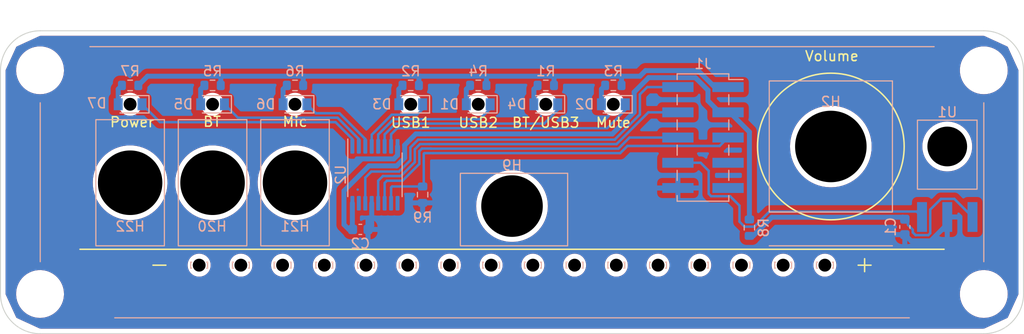
<source format=kicad_pcb>
(kicad_pcb (version 20201116) (generator pcbnew)

  (general
    (thickness 1.6)
  )

  (paper "A4")
  (layers
    (0 "F.Cu" signal)
    (31 "B.Cu" signal)
    (32 "B.Adhes" user "B.Adhesive")
    (33 "F.Adhes" user "F.Adhesive")
    (34 "B.Paste" user)
    (35 "F.Paste" user)
    (36 "B.SilkS" user "B.Silkscreen")
    (37 "F.SilkS" user "F.Silkscreen")
    (38 "B.Mask" user)
    (39 "F.Mask" user)
    (40 "Dwgs.User" user "User.Drawings")
    (41 "Cmts.User" user "User.Comments")
    (42 "Eco1.User" user "User.Eco1")
    (43 "Eco2.User" user "User.Eco2")
    (44 "Edge.Cuts" user)
    (45 "Margin" user)
    (46 "B.CrtYd" user "B.Courtyard")
    (47 "F.CrtYd" user "F.Courtyard")
    (48 "B.Fab" user)
    (49 "F.Fab" user)
    (50 "User.1" user)
    (51 "User.2" user)
    (52 "User.3" user)
    (53 "User.4" user)
    (54 "User.5" user)
    (55 "User.6" user)
    (56 "User.7" user)
    (57 "User.8" user)
    (58 "User.9" user)
  )

  (setup
    (stackup
      (layer "F.SilkS" (type "Top Silk Screen"))
      (layer "F.Paste" (type "Top Solder Paste"))
      (layer "F.Mask" (type "Top Solder Mask") (color "Green") (thickness 0.01))
      (layer "F.Cu" (type "copper") (thickness 0.035))
      (layer "dielectric 1" (type "core") (thickness 1.51) (material "FR4") (epsilon_r 4.5) (loss_tangent 0.02))
      (layer "B.Cu" (type "copper") (thickness 0.035))
      (layer "B.Mask" (type "Bottom Solder Mask") (color "Green") (thickness 0.01))
      (layer "B.Paste" (type "Bottom Solder Paste"))
      (layer "B.SilkS" (type "Bottom Silk Screen"))
      (copper_finish "None")
      (dielectric_constraints no)
    )
    (pcbplotparams
      (layerselection 0x00010fc_ffffffff)
      (disableapertmacros false)
      (usegerberextensions false)
      (usegerberattributes true)
      (usegerberadvancedattributes true)
      (creategerberjobfile true)
      (svguseinch false)
      (svgprecision 6)
      (excludeedgelayer true)
      (plotframeref false)
      (viasonmask false)
      (mode 1)
      (useauxorigin false)
      (hpglpennumber 1)
      (hpglpenspeed 20)
      (hpglpendiameter 15.000000)
      (psnegative false)
      (psa4output false)
      (plotreference true)
      (plotvalue true)
      (plotinvisibletext false)
      (sketchpadsonfab false)
      (subtractmaskfromsilk false)
      (outputformat 1)
      (mirror false)
      (drillshape 1)
      (scaleselection 1)
      (outputdirectory "")
    )
  )


  (net 0 "")
  (net 1 "GND")
  (net 2 "/RCLK")
  (net 3 "/~RST")
  (net 4 "/SCLK")
  (net 5 "+3V3")
  (net 6 "/MOSI")
  (net 7 "+5V")
  (net 8 "Net-(J1-Pad9)")
  (net 9 "Net-(J1-Pad7)")
  (net 10 "Net-(U1-Pad9)")
  (net 11 "Net-(C2-Pad1)")
  (net 12 "Net-(R2-Pad2)")
  (net 13 "Net-(U1-Pad1)")
  (net 14 "Net-(R4-Pad2)")
  (net 15 "Net-(U1-Pad4)")
  (net 16 "Net-(R5-Pad2)")
  (net 17 "Net-(D1-Pad1)")
  (net 18 "Net-(U1-Pad6)")
  (net 19 "Net-(D2-Pad2)")
  (net 20 "Net-(U1-Pad2)")
  (net 21 "Net-(R24-Pad2)")
  (net 22 "Net-(D2-Pad1)")
  (net 23 "/IR")
  (net 24 "Net-(D4-Pad1)")
  (net 25 "Net-(D22-Pad2)")
  (net 26 "Net-(D5-Pad2)")
  (net 27 "Net-(U1-Pad15)")

  (footprint "FrontPanel-Footprints:PanelCutout_LED_0603_1608Metric_SideView_Inolux" (layer "B.Cu") (at 95.2 79.6 180))

  (footprint "Resistor_SMD:R_0603_1608Metric" (layer "B.Cu") (at 91.3 61.5 180))

  (footprint "FrontPanel-Footprints:PanelCutout_LED_0603_1608Metric_SideView_Inolux" (layer "B.Cu") (at 133 79.6 180))

  (footprint "Resistor_SMD:R_0603_1608Metric" (layer "B.Cu") (at 111.7 61.5 180))

  (footprint "FrontPanel-Footprints:PanelCutout_LED_0603_1608Metric_SideView_Inolux" (layer "B.Cu") (at 91 79.6 180))

  (footprint "FrontPanel-Footprints:LED_0805_2012Metric_ReverseMount" (layer "B.Cu") (at 63.05 63.4 180))

  (footprint "FrontPanel-Footprints:PanelCutout_LED_0603_1608Metric_SideView_Inolux" (layer "B.Cu") (at 107.8 79.6 180))

  (footprint "FrontPanel-Footprints:PanelCutout_LED_0603_1608Metric_SideView_Inolux" (layer "B.Cu") (at 112 79.6 180))

  (footprint "Capacitor_SMD:C_0603_1608Metric" (layer "B.Cu") (at 141.05 75.75 -90))

  (footprint "FrontPanel-Footprints:LED_0805_2012Metric_ReverseMount" (layer "B.Cu") (at 98.1 63.4 180))

  (footprint "FrontPanel-Footprints:PanelCutout_LED_0603_1608Metric_SideView_Inolux" (layer "B.Cu") (at 82.6 79.6 180))

  (footprint "FrontPanel-Footprints:PanelCutout_Jack_3.5mm_CUI_SJ-435107" (layer "B.Cu") (at 101.5 73.65 180))

  (footprint "Resistor_SMD:R_0603_1608Metric" (layer "B.Cu") (at 63.05 61.5 180))

  (footprint "Resistor_SMD:R_0603_1608Metric" (layer "B.Cu") (at 125.4 75.825 90))

  (footprint "FrontPanel-Footprints:PanelCutout_RotaryEncoder_TT_EN12-V_Knob16mm" (layer "B.Cu") (at 133.6 67.65 180))

  (footprint "FrontPanel-Footprints:PanelCutout_LED_0603_1608Metric_SideView_Inolux" (layer "B.Cu") (at 86.8 79.6 180))

  (footprint "FrontPanel-Footprints:LED_0805_2012Metric_ReverseMount" (layer "B.Cu") (at 111.7 63.4 180))

  (footprint "FrontPanel-Footprints:LED_0805_2012Metric_ReverseMount" (layer "B.Cu") (at 79.65 63.4 180))

  (footprint "FrontPanel-Footprints:PanelCutout_SW_E-Switch_100SP-M7" (layer "B.Cu") (at 71.35 71.3 180))

  (footprint "FrontPanel-Footprints:PanelCutout_LED_0603_1608Metric_SideView_Inolux" (layer "B.Cu") (at 124.6 79.6 180))

  (footprint "FrontPanel-Footprints:EnclosureEndPlate_1455L1601" (layer "B.Cu") (at 101.5 71.25 180))

  (footprint "Package_SO:TSSOP-16_4.4x5mm_P0.65mm" (layer "B.Cu") (at 87.7 70.5 -90))

  (footprint "FrontPanel-Footprints:PanelCutout_LED_0603_1608Metric_SideView_Inolux" (layer "B.Cu") (at 78.4 79.6 180))

  (footprint "Capacitor_SMD:C_0603_1608Metric" (layer "B.Cu") (at 86.225 76))

  (footprint "FrontPanel-Footprints:PanelCutout_LED_0603_1608Metric_SideView_Inolux" (layer "B.Cu") (at 116.2 79.6 180))

  (footprint "FrontPanel-Footprints:Vishay_Mold_Reverse" (layer "B.Cu") (at 145.32 67.65 180))

  (footprint "FrontPanel-Footprints:PanelCutout_LED_0603_1608Metric_SideView_Inolux" (layer "B.Cu") (at 128.8 79.6 180))

  (footprint "Resistor_SMD:R_0603_1608Metric" (layer "B.Cu") (at 71.35 61.5 180))

  (footprint "FrontPanel-Footprints:PanelCutout_LED_0603_1608Metric_SideView_Inolux" (layer "B.Cu") (at 74.2 79.6 180))

  (footprint "FrontPanel-Footprints:PanelCutout_LED_0603_1608Metric_SideView_Inolux" (layer "B.Cu") (at 70 79.6 180))

  (footprint "Resistor_SMD:R_0603_1608Metric" (layer "B.Cu") (at 104.9 61.5 180))

  (footprint "FrontPanel-Footprints:PanelCutout_LED_0603_1608Metric_SideView_Inolux" (layer "B.Cu") (at 103.6 79.6 180))

  (footprint "FrontPanel-Footprints:PanelCutout_SW_E-Switch_100SP-M7" (layer "B.Cu") (at 63.05 71.3 180))

  (footprint "FrontPanel-Footprints:LED_0805_2012Metric_ReverseMount" (layer "B.Cu") (at 91.3 63.4 180))

  (footprint "Resistor_SMD:R_0603_1608Metric" (layer "B.Cu") (at 98.1 61.5 180))

  (footprint "Connector_PinHeader_2.54mm:PinHeader_2x05_P2.54mm_Vertical_SMD" (layer "B.Cu") (at 120.725 66.75 180))

  (footprint "FrontPanel-Footprints:PanelCutout_LED_0603_1608Metric_SideView_Inolux" (layer "B.Cu") (at 99.4 79.6 180))

  (footprint "FrontPanel-Footprints:PanelCutout_LED_0603_1608Metric_SideView_Inolux" (layer "B.Cu") (at 120.4 79.6 180))

  (footprint "FrontPanel-Footprints:LED_0805_2012Metric_ReverseMount" (layer "B.Cu") (at 71.35 63.4 180))

  (footprint "Resistor_SMD:R_0603_1608Metric" (layer "B.Cu") (at 92.5 72.5 -90))

  (footprint "Resistor_SMD:R_0603_1608Metric" (layer "B.Cu") (at 79.65 61.5 180))

  (footprint "FrontPanel-Footprints:LED_0805_2012Metric_ReverseMount" (layer "B.Cu") (at 104.9 63.4 180))

  (footprint "FrontPanel-Footprints:PanelCutout_SW_E-Switch_100SP-M7" (layer "B.Cu") (at 79.65 71.3 180))

  (gr_line (start 137 78.95) (end 137 80.25) (layer "F.SilkS") (width 0.15) (tstamp 142e30e6-20ba-4dc5-9856-2d93af754b3b))
  (gr_line (start 65.35 79.6) (end 66.65 79.6) (layer "F.SilkS") (width 0.15) (tstamp 84bc94d9-38a4-44b2-a148-7baa93473f92))
  (gr_line (start 136.35 79.6) (end 137.65 79.6) (layer "F.SilkS") (width 0.15) (tstamp b9218e0c-6a04-4e94-9daa-235c314dfa3f))
  (gr_circle (center 133.6 67.65) (end 140.982412 67.65) (layer "F.SilkS") (width 0.15) (fill none) (tstamp debfba34-a5d8-428f-9c13-a2ed1e64c6e8))
  (gr_line (start 58 78) (end 145 78) (layer "F.SilkS") (width 0.15) (tstamp fa62345e-5cd2-4c3b-ac45-96ba68d26055))
  (gr_line (start 149 86.5) (end 54 86.5) (layer "Edge.Cuts") (width 0.1) (tstamp 0be607ba-b4c9-4308-b088-f0abd6ba12e9))
  (gr_line (start 153 60) (end 153 82.5) (layer "Edge.Cuts") (width 0.1) (tstamp 1e7cdcd4-a515-4944-acc4-7d8af53943b0))
  (gr_arc (start 54 82.5) (end 50 82.5) (angle -90) (layer "Edge.Cuts") (width 0.1) (tstamp 5ea1ef0d-e39a-43ac-b024-34d843df6d8d))
  (gr_line (start 54 56) (end 149 56) (layer "Edge.Cuts") (width 0.1) (tstamp d52adef0-12e8-4d9d-8b9c-9fd6881e8b1a))
  (gr_arc (start 54 60) (end 54 56) (angle -90) (layer "Edge.Cuts") (width 0.1) (tstamp dd9bb5b3-048c-4d57-9f7b-8fe6f17433d3))
  (gr_line (start 50 82.5) (end 50 60) (layer "Edge.Cuts") (width 0.1) (tstamp deb7c161-c22c-42d2-81e6-e29d9117dae1))
  (gr_arc (start 149 82.5) (end 149 86.5) (angle -90) (layer "Edge.Cuts") (width 0.1) (tstamp e4498136-8694-410e-91de-ae124c897cd0))
  (gr_arc (start 149 60) (end 153 60) (angle -90) (layer "Edge.Cuts") (width 0.1) (tstamp f929e16e-971e-4547-a031-2173209074d2))
  (gr_rect (start 123.75 58) (end 117.75 75.5) (layer "B.Fab") (width 0.1) (fill none) (tstamp 600d65cf-9eca-4da9-aa78-34edba59b33a))
  (gr_line (start 51.5 77.65) (end 51.5 79.25) (layer "F.Fab") (width 0.1) (tstamp 4606a6cf-7033-439b-8d43-9590d3ffcbb2))
  (gr_line (start 151.5 77.65) (end 151.5 79.25) (layer "F.Fab") (width 0.1) (tstamp 82337f0e-024a-4c7f-bf1b-419dde08c245))
  (gr_line (start 151.5 79.25) (end 51.5 79.25) (layer "F.Fab") (width 0.1) (tstamp c49c3998-89c1-41c3-b06f-92f64c8d0920))
  (gr_line (start 51.5 77.65) (end 151.5 77.65) (layer "F.Fab") (width 0.1) (tstamp faa98f8b-3498-4693-9eec-78e7a1bd9e00))
  (gr_text "BT" (at 71.3 65.15) (layer "F.SilkS") (tstamp 165ba18c-d30f-4cee-8842-e3bfac676fb0)
    (effects (font (size 1 1) (thickness 0.15)))
  )
  (gr_text "USB2" (at 98.1 65.25) (layer "F.SilkS") (tstamp 416bd28d-df5b-42da-ade2-7bfe9df7c4cc)
    (effects (font (size 1 1) (thickness 0.15)))
  )
  (gr_text "Mute" (at 111.7 65.25) (layer "F.SilkS") (tstamp 45128dba-393f-407e-9e36-bfff3c62f4e1)
    (effects (font (size 1 1) (thickness 0.15)))
  )
  (gr_text "Mic" (at 79.65 65.15) (layer "F.SilkS") (tstamp 60c129e4-f2e8-411d-9d88-3a47fae6b254)
    (effects (font (size 1 1) (thickness 0.15)))
  )
  (gr_text "Power" (at 63.25 65.2) (layer "F.SilkS") (tstamp 7e0b59e4-70f9-4878-997e-bf81ed61f54a)
    (effects (font (size 1 1) (thickness 0.15)))
  )
  (gr_text "USB1" (at 91.3 65.25) (layer "F.SilkS") (tstamp 95b4ec66-fe74-49e0-9f0a-cce2ffd9802d)
    (effects (font (size 1 1) (thickness 0.15)))
  )
  (gr_text "Volume" (at 133.7 58.55) (layer "F.SilkS") (tstamp b2c72963-7995-42d7-b293-849f855bd1a3)
    (effects (font (size 1 1) (thickness 0.15)))
  )
  (gr_text "BT/USB3" (at 104.9 65.25) (layer "F.SilkS") (tstamp f0652bd1-86dc-402d-950e-5196eab8f72c)
    (effects (font (size 1 1) (thickness 0.15)))
  )

  (segment (start 141.67502 77.15002) (end 141.05 76.525) (width 0.5) (layer "B.Cu") (net 1) (tstamp 23550218-6e20-462c-b4ef-bff82c176fd7))
  (segment (start 145.32 75.48282) (end 143.6528 77.15002) (width 0.5) (layer "B.Cu") (net 1) (tstamp 42ade8c2-85aa-4f56-bba9-93cd2f5544d1))
  (segment (start 87.375 75.625) (end 87 76) (width 0.5) (layer "B.Cu") (net 1) (tstamp 55fd0dc5-db3f-48bd-b055-c248a6418ac4))
  (segment (start 89.975 67.6375) (end 89.975 68.525) (width 0.5) (layer "B.Cu") (net 1) (tstamp 6719b018-86db-4651-91c9-ad17a6ca955f))
  (segment (start 87.375 75.625) (end 87.375 73.3625) (width 0.5) (layer "B.Cu") (net 1) (tstamp 7455dbbb-5b79-4d18-a60e-8a21cd90194c))
  (segment (start 89.975 68.525) (end 89.6 68.9) (width 0.5) (layer "B.Cu") (net 1) (tstamp 7c97098a-0809-40b3-88d7-8d7f162ad548))
  (segment (start 145.32 74.75) (end 145.32 75.48282) (width 0.5) (layer "B.Cu") (net 1) (tstamp 8904dd9f-672a-426e-92a2-bd1df1aec8a7))
  (segment (start 89.6 68.9) (end 85.9 68.9) (width 0.5) (layer "B.Cu") (net 1) (tstamp bb2eccaa-4b89-4dd2-bb10-c5b6973869b9))
  (segment (start 143.6528 77.15002) (end 141.67502 77.15002) (width 0.5) (layer "B.Cu") (net 1) (tstamp bb47c999-ebd4-4d23-b785-99d185a154ae))
  (segment (start 92.239566 67.41003) (end 93.1674 67.41003) (width 0.25) (layer "B.Cu") (net 2) (tstamp 1bfe0ab3-eacb-4815-84f6-88d0a74d1dae))
  (segment (start 88.025 73.3625) (end 88.025 71.10003) (width 0.25) (layer "B.Cu") (net 2) (tstamp 2d1addac-b7fd-49a8-8a7a-11bea0ff3076))
  (segment (start 88.025 71.10003) (end 88.5 70.62503) (width 0.25) (layer "B.Cu") (net 2) (tstamp 49c52a04-aa05-42bc-9b61-001c7aa25d88))
  (segment (start 93.1674 67.41003) (end 112.025979 67.410029) (width 0.25) (layer "B.Cu") (net 2) (tstamp 786f3e1c-7471-4dad-a423-01c036c6d021))
  (segment (start 90.31453 70.625029) (end 91.714983 69.224576) (width 0.25) (layer "B.Cu") (net 2) (tstamp 7cb0c220-84a1-42bd-87d2-179877f858c1))
  (segment (start 91.714983 69.224576) (end 91.714983 67.934613) (width 0.25) (layer "B.Cu") (net 2) (tstamp 931ca516-76c6-4eb8-b0c5-b1883a6aee15))
  (segment (start 88.5 70.62503) (end 90.31453 70.625029) (width 0.25) (layer "B.Cu") (net 2) (tstamp bb7b122a-6a76-4289-96b7-20d7157eae0a))
  (segment (start 112.025979 67.410029) (end 115.226008 64.21) (width 0.25) (layer "B.Cu") (net 2) (tstamp c9a36017-cd4c-42a5-a6f8-a774a2bd9808))
  (segment (start 91.714983 67.934613) (end 92.239566 67.41003) (width 0.25) (layer "B.Cu") (net 2) (tstamp eb4076fd-4f20-487a-b69f-e7d0de0c373b))
  (segment (start 115.226008 64.21) (end 118.2 64.21) (width 0.25) (layer "B.Cu") (net 2) (tstamp f81c4b3f-63b8-44d3-a62f-a2fd0c2ca185))
  (segment (start 92.615001 71.559999) (end 92.615001 68.384999) (width 0.25) (layer "B.Cu") (net 3) (tstamp 06c1e5e2-2f33-4fb4-91e6-c0adddacb9a0))
  (segment (start 93.53024 68.32001) (end 112.396401 68.320009) (width 0.25) (layer "B.Cu") (net 3) (tstamp 20877255-6559-4b04-874b-52a406ae8cfd))
  (segment (start 92.699909 68.320009) (end 92.679991 68.320009) (width 0.25) (layer "B.Cu") (net 3) (tstamp 3210754b-9e36-44aa-867c-68b85e26c79e))
  (segment (start 92.5 71.675) (end 92.615001 71.559999) (width 0.25) (layer "B.Cu") (net 3) (tstamp 365c6e3b-f9e7-418a-8530-af09e14cb145))
  (segment (start 89.325 71.775) (end 89.425 71.675) (width 0.25) (layer "B.Cu") (net 3) (tstamp 3ac54a47-fea6-485a-a1cd-413fb81c0967))
  (segment (start 89.425 71.675) (end 92.5 71.675) (width 0.25) (layer "B.Cu") (net 3) (tstamp 4d07d748-4a77-4a8e-bb24-80b0fcfd2703))
  (segment (start 92.679991 68.320009) (end 92.615001 68.384999) (width 0.25) (layer "B.Cu") (net 3) (tstamp 7c54e2a2-cd4c-433b-912d-9a89890117ff))
  (segment (start 112.396401 68.320009) (end 113.11641 67.6) (width 0.25) (layer "B.Cu") (net 3) (tstamp 9ece07cb-8dfd-4f18-b700-fd8ec069efec))
  (segment (start 89.325 73.3625) (end 89.325 71.82501) (width 0.25) (layer "B.Cu") (net 3) (tstamp a90f8c85-e979-4524-a38d-889d8e26a253))
  (segment (start 89.325 71.82501) (end 89.325 71.775) (width 0.25) (layer "B.Cu") (net 3) (tstamp cb8d8362-64df-4f10-a64a-774f345dfee4))
  (segment (start 92.699909 68.320009) (end 93.53024 68.320009) (width 0.25) (layer "B.Cu") (net 3) (tstamp d838c9a5-3685-4c28-8386-5d6ae8886f36))
  (segment (start 113.11641 67.6) (end 122.4 67.6) (width 0.25) (layer "B.Cu") (net 3) (tstamp e9fa03b7-43ec-43ad-9211-457737724cc9))
  (segment (start 122.4 67.6) (end 123.25 66.75) (width 0.25) (layer "B.Cu") (net 3) (tstamp fcd9cee7-20b4-4c83-86c1-ab3812807d9b))
  (segment (start 88.675 71.325) (end 88.675 73.3625) (width 0.25) (layer "B.Cu") (net 4) (tstamp 06a42af6-7448-4aed-b67c-186e070a4fa9))
  (segment (start 93.34384 67.87) (end 112.21 67.87) (width 0.25) (layer "B.Cu") (net 4) (tstamp 259a681b-d704-4fe3-9817-2fb9ba08026d))
  (segment (start 92.164993 68.121013) (end 92.164992 69.410977) (width 0.25) (layer "B.Cu") (net 4) (tstamp 25ec785f-5688-4535-b657-bb12180d0593))
  (segment (start 112.21 67.87) (end 113.33 66.75) (width 0.25) (layer "B.Cu") (net 4) (tstamp 39193198-ed96-4989-90fa-5bf0338ebfe4))
  (segment (start 93.33388 67.86004) (end 92.425966 67.86004) (width 0.25) (layer "B.Cu") (net 4) (tstamp 471b251d-1e34-4132-92bb-dbbbee2a87a7))
  (segment (start 92.425966 67.86004) (end 92.164993 68.121013) (width 0.25) (layer "B.Cu") (net 4) (tstamp 52a966db-952c-4528-9f9c-b9a5d476ddc8))
  (segment (start 113.33 66.75) (end 118.2 66.75) (width 0.25) (layer "B.Cu") (net 4) (tstamp 61cad71c-a4c5-4fcc-a729-2c1e2328504f))
  (segment (start 88.9 71.1) (end 88.675 71.325) (width 0.25) (layer "B.Cu") (net 4) (tstamp 63ffbec5-8e8e-4dae-bae9-d83192254bc4))
  (segment (start 90.475969 71.1) (end 88.9 71.1) (width 0.25) (layer "B.Cu") (net 4) (tstamp 867f02a7-d08f-4050-a23e-ce8f8ff6c2d6))
  (segment (start 92.164992 69.410977) (end 90.475969 71.1) (width 0.25) (layer "B.Cu") (net 4) (tstamp ba75f684-a3e8-4746-bc72-d6bfb59d78ef))
  (segment (start 93.34384 67.87) (end 93.33388 67.86004) (width 0.25) (layer "B.Cu") (net 4) (tstamp c4ff584e-7d2a-4bf3-a279-f7c9f42f8a4e))
  (segment (start 85.45 76) (end 85.07 76) (width 0.5) (layer "B.Cu") (net 5) (tstamp 207ee7e4-e768-4e1e-8fbd-4cdf5e08bb6b))
  (segment (start 121.22499 63.04499) (end 122.39 64.21) (width 0.5) (layer "B.Cu") (net 5) (tstamp 25f7dbd5-137c-4460-b15b-fe23f8574c41))
  (segment (start 113.80001 62.17001) (end 115.25003 60.71999) (width 0.5) (layer "B.Cu") (net 5) (tstamp 31364336-d300-41f3-a44e-6b6326e7892f))
  (segment (start 85.45 76) (end 85.425 75.975) (width 0.5) (layer "B.Cu") (net 5) (tstamp 33a833ff-0f42-474d-968b-ad2486b88939))
  (segment (start 111.601402 66.38501) (end 113.80001 64.186402) (width 0.5) (layer "B.Cu") (net 5) (tstamp 39c615c8-1f43-4cc1-b4be-74b319021177))
  (segment (start 90.689963 67.510037) (end 91.81499 66.38501) (width 0.5) (layer "B.Cu") (net 5) (tstamp 526f054d-1250-4a5f-89b3-b39aa2fe000a))
  (segment (start 91.81499 66.38501) (end 92.73 66.38501) (width 0.5) (layer "B.Cu") (net 5) (tstamp 58e9155d-a2a3-40bf-8456-9cd9afe4a0e6))
  (segment (start 90.689963 68.8) (end 90.689963 67.510037) (width 0.5) (layer "B.Cu") (net 5) (tstamp 7df4abf1-d5bf-44f6-bc13-49017b2b2ef2))
  (segment (start 119.961402 60.71999) (end 121.22499 61.983578) (width 0.5) (layer "B.Cu") (net 5) (tstamp 83cd1aef-9c2d-45cb-85cf-5a0a63786d51))
  (segment (start 89.889953 69.60001) (end 90.689963 68.8) (width 0.5) (layer "B.Cu") (net 5) (tstamp 85aa6d6f-12fe-48ea-ba63-8464f3128215))
  (segment (start 85.07 76) (end 84.58 75.51) (width 0.5) (layer "B.Cu") (net 5) (tstamp 8c2e47bf-b00d-4b5f-ae20-5bca2167a5a2))
  (segment (start 125.4 75) (end 125.4 66.188588) (width 0.5) (layer "B.Cu") (net 5) (tstamp 9199b422-1be0-4754-a2c2-783a2647223b))
  (segment (start 85.425 75.975) (end 85.425 73.3625) (width 0.5) (layer "B.Cu") (net 5) (tstamp 921f6fce-1596-4daa-ba6d-3aef774cda43))
  (segment (start 115.25003 60.71999) (end 119.961402 60.71999) (width 0.5) (layer "B.Cu") (net 5) (tstamp 9b467e8e-3417-43cd-bbbd-745df7f1c734))
  (segment (start 113.80001 64.186402) (end 113.80001 62.17001) (width 0.5) (layer "B.Cu") (net 5) (tstamp 9dc51cf5-20b2-4346-9118-f787b896fedc))
  (segment (start 125.4 66.188588) (end 123.421412 64.21) (width 0.5) (layer "B.Cu") (net 5) (tstamp a75b2ca3-0836-42c9-b377-f45d81e673a3))
  (segment (start 123.421412 64.21) (end 123.25 64.21) (width 0.5) (layer "B.Cu") (net 5) (tstamp af6a0f31-820c-45ce-b91a-e5ef6aa78eac))
  (segment (start 84.58 75.51) (end 84.58 72.12001) (width 0.5) (layer "B.Cu") (net 5) (tstamp b5ee901c-9e56-4d8e-b4f5-e4bdb052f588))
  (segment (start 111.318176 66.38501) (end 111.601402 66.38501) (width 0.5) (layer "B.Cu") (net 5) (tstamp b7111e95-50c6-42c7-950b-8a143281097a))
  (segment (start 87.1 69.60001) (end 89.889953 69.60001) (width 0.5) (layer "B.Cu") (net 5) (tstamp ca7ed908-5129-4a5a-aa0a-b59b03b58fdf))
  (segment (start 84.58 72.12001) (end 87.1 69.60001) (width 0.5) (layer "B.Cu") (net 5) (tstamp e1161303-6385-4d68-aa53-7ec18953a2cd))
  (segment (start 121.22499 61.983578) (end 121.22499 63.04499) (width 0.5) (layer "B.Cu") (net 5) (tstamp e2eca4d0-adc7-43fb-90dc-871fa0619aa7))
  (segment (start 122.39 64.21) (end 123.25 64.21) (width 0.5) (layer "B.Cu") (net 5) (tstamp e418c2a5-5aec-4c20-834b-dbe728f72f44))
  (segment (start 92.73 66.38501) (end 111.318176 66.38501) (width 0.5) (layer "B.Cu") (net 5) (tstamp fac4c6ff-a9b1-4d3b-a0b7-02028de0bf82))
  (segment (start 86.725 70.788196) (end 86.725 73.3625) (width 0.25) (layer "B.Cu") (net 6) (tstamp 25e3006d-8ed3-430b-9b46-0f6829412638))
  (segment (start 92.981 66.96002) (end 92.053166 66.96002) (width 0.25) (layer "B.Cu") (net 6) (tstamp 39e121ea-730f-4bbb-8b42-fda08e3d209d))
  (segment (start 118.2 61.67) (end 115.113206 61.67) (width 0.25) (layer "B.Cu") (net 6) (tstamp 44a75f4f-ab9f-46a6-b6c2-e8aef9687c87))
  (segment (start 90.128129 70.17502) (end 87.338176 70.17502) (width 0.25) (layer "B.Cu") (net 6) (tstamp 47abd822-cda2-4922-ac00-6ebdbad2c768))
  (segment (start 92.053166 66.96002) (end 91.264973 67.748213) (width 0.25) (layer "B.Cu") (net 6) (tstamp aa1f6f1d-dd5b-42df-ba79-cc6b4193065a))
  (segment (start 115.113206 61.67) (end 114.37502 62.408186) (width 0.25) (layer "B.Cu") (net 6) (tstamp d43147dc-1ab8-464b-ad23-de238cbb37ed))
  (segment (start 87.338176 70.17502) (end 86.725 70.788196) (width 0.25) (layer "B.Cu") (net 6) (tstamp da741e72-2c98-4a4f-83e9-273fc1c2fce9))
  (segment (start 91.264973 69.038176) (end 90.128129 70.17502) (width 0.25) (layer "B.Cu") (net 6) (tstamp dae9d1f5-8107-4d5b-8756-d4f6f20ee257))
  (segment (start 114.37502 62.408186) (end 114.37502 64.424578) (width 0.25) (layer "B.Cu") (net 6) (tstamp ebf78ac9-cb9b-451c-be53-83f8f14232c0))
  (segment (start 111.839578 66.96002) (end 92.981 66.96002) (width 0.25) (layer "B.Cu") (net 6) (tstamp f0723a55-aad4-4f04-a02a-67a5f330bb6e))
  (segment (start 91.264973 67.748213) (end 91.264973 69.038176) (width 0.25) (layer "B.Cu") (net 6) (tstamp fbbdeed3-f9fc-4b06-8704-1bd1b2344a01))
  (segment (start 114.37502 64.424578) (end 111.839578 66.96002) (width 0.25) (layer "B.Cu") (net 6) (tstamp fc03099c-9967-40e7-8c56-c552fe37f266))
  (segment (start 92.125 60.675) (end 92.22501 60.57499) (width 0.5) (layer "B.Cu") (net 7) (tstamp 0108256f-4183-45c2-bb50-0b2205980019))
  (segment (start 80.475 61.5) (end 80.475 60.725) (width 0.5) (layer "B.Cu") (net 7) (tstamp 27f870b4-76af-4dac-9450-38e0e7b4e3ed))
  (segment (start 121.901374 61.67) (end 123.25 61.67) (width 0.5) (layer "B.Cu") (net 7) (tstamp 29d08236-6d68-4b61-825d-2ee0658b9eaf))
  (segment (start 120.241374 60.01) (end 121.901374 61.67) (width 0.5) (layer "B.Cu") (net 7) (tstamp 2f0a5249-adbf-4d78-9e08-5a26be8c6035))
  (segment (start 105.725 60.675) (end 105.62499 60.57499) (width 0.5) (layer "B.Cu") (net 7) (tstamp 30322504-66ab-4d9e-8f4b-4efbe19b4487))
  (segment (start 112.52499 60.57499) (end 105.62499 60.57499) (width 0.5) (layer "B.Cu") (net 7) (tstamp 3419106c-54cb-461d-a34b-d4177c796a17))
  (segment (start 72.175 61.5) (end 72.175 60.575) (width 0.5) (layer "B.Cu") (net 7) (tstamp 41f23f42-4ffc-4e28-8173-59adc1f2bf4c))
  (segment (start 72.175 60.575) (end 72.17499 60.57499) (width 0.5) (layer "B.Cu") (net 7) (tstamp 4e4b9f83-74f4-4c90-b34f-ac033df96852))
  (segment (start 92.125 61.5) (end 92.125 60.675) (width 0.5) (layer "B.Cu") (net 7) (tstamp 54f52c37-dbec-470a-bbb1-5065dbf5f73d))
  (segment (start 112.525 60.575) (end 112.52499 60.57499) (width 0.5) (layer "B.Cu") (net 7) (tstamp 579890ce-3d87-4b4a-bb79-f90ed718a24e))
  (segment (start 114.37499 60.57499) (end 114.93998 60.01) (width 0.5) (layer "B.Cu") (net 7) (tstamp 6a2027b3-c249-4597-91a2-7bcb24bea563))
  (segment (start 114.93998 60.01) (end 120.241374 60.01) (width 0.5) (layer "B.Cu") (net 7) (tstamp 6f3d69aa-1c26-4aea-a068-14828fef1a9e))
  (segment (start 92.22501 60.57499) (end 80.62501 60.57499) (width 0.5) (layer "B.Cu") (net 7) (tstamp 8b89d653-4e4e-45bc-b57b-cf3043cd241a))
  (segment (start 99.02501 60.57499) (end 92.22501 60.57499) (width 0.5) (layer "B.Cu") (net 7) (tstamp 8f9551c7-600a-4936-8778-315b5cc136cf))
  (segment (start 105.725 61.5) (end 105.725 60.675) (width 0.5) (layer "B.Cu") (net 7) (tstamp 9bce82fe-a911-495a-983d-6bf3b28a5916))
  (segment (start 80.62501 60.57499) (end 72.17499 60.57499) (width 0.5) (layer "B.Cu") (net 7) (tstamp a6961d09-0a61-4cab-a22f-bfeb0b03812a))
  (segment (start 98.925 61.5) (end 98.925 60.675) (width 0.5) (layer "B.Cu") (net 7) (tstamp a97ce915-d82a-4f66-9c6f-644e4dc081e0))
  (segment (start 72.17499 60.57499) (end 64.80001 60.57499) (width 0.5) (layer "B.Cu") (net 7) (tstamp c74ba7e0-7dd2-425b-a217-1b3eb51e20ff))
  (segment (start 105.62499 60.57499) (end 99.02501 60.57499) (width 0.5) (layer "B.Cu") (net 7) (tstamp c8c1789f-ea7a-4ae6-afea-e9ccfe0cf47e))
  (segment (start 112.52499 60.57499) (end 114.37499 60.57499) (width 0.5) (layer "B.Cu") (net 7) (tstamp cd44e065-27c5-47f4-b596-f94235ba2faf))
  (segment (start 80.475 60.725) (end 80.62501 60.57499) (width 0.5) (layer "B.Cu") (net 7) (tstamp df301214-f617-4e4f-9930-ef852319dc02))
  (segment (start 112.525 61.5) (end 112.525 60.575) (width 0.5) (layer "B.Cu") (net 7) (tstamp e08cd313-ddda-4ecc-be00-513a207bba63))
  (segment (start 98.925 60.675) (end 99.02501 60.57499) (width 0.5) (layer "B.Cu") (net 7) (tstamp e7c37f06-54fe-43e5-91e8-042391e246ea))
  (segment (start 64.80001 60.57499) (end 63.875 61.5) (width 0.5) (layer "B.Cu") (net 7) (tstamp f3e170fd-386c-4c3f-88f1-75f266a3f41c))
  (segment (start 144.685376 72.92499) (end 143.60501 74.005356) (width 0.25) (layer "B.Cu") (net 11) (tstamp 02a7fe40-1fea-4435-9522-05fe1f64cc3a))
  (segment (start 146.03499 72.92499) (end 144.685376 72.92499) (width 0.25) (layer "B.Cu") (net 11) (tstamp 1cb16260-e5da-4458-9c17-cb5b7ed26797))
  (segment (start 141.37 75.55) (end 141.37 75.295) (width 0.25) (layer "B.Cu") (net 11) (tstamp 20141b0b-2d52-4cb3-90bb-fa4eeddce02b))
  (segment (start 127.655664 74.775) (end 140.85 74.775) (width 0.5) (layer "B.Cu") (net 11) (tstamp 2b1c3e80-ea93-47ae-a55d-2b701ad540e1))
  (segment (start 125.4 76.65) (end 125.780664 76.65) (width 0.5) (layer "B.Cu") (net 11) (tstamp 4de4e359-2a99-48bc-863e-8b60afbfca68))
  (segment (start 142.14501 76.57501) (end 142.12501 76.57501) (width 0.25) (layer "B.Cu") (net 11) (tstamp 53cdbd32-deea-4d57-a5d1-f80c666e79f1))
  (segment (start 142.12501 76.57501) (end 141.85001 76.30001) (width 0.25) (layer "B.Cu") (net 11) (tstamp 6098eef2-25c2-4e4a-a80f-3be3fba6dd2a))
  (segment (start 140.85 74.775) (end 141.05 74.975) (width 0.5) (layer "B.Cu") (net 11) (tstamp 7892d641-99de-463d-aa4a-36f30515257f))
  (segment (start 143.60501 76.384624) (end 143.414624 76.57501) (width 0.25) (layer "B.Cu") (net 11) (tstamp b6860328-d3f9-4552-af64-77b1a3209625))
  (segment (start 125.780664 76.65) (end 127.655664 74.775) (width 0.5) (layer "B.Cu") (net 11) (tstamp ca004eb9-43c0-41d7-9dea-a715f67d20c4))
  (segment (start 141.85001 76.03001) (end 141.37 75.55) (width 0.25) (layer "B.Cu") (net 11) (tstamp d0f02564-c290-48db-b68f-c35d464ba66a))
  (segment (start 141.37 75.295) (end 141.05 74.975) (width 0.25) (layer "B.Cu") (net 11) (tstamp d7d2fa70-c85f-4130-bc29-a9e9ce14684a))
  (segment (start 143.414624 76.57501) (end 142.14501 76.57501) (width 0.25) (layer "B.Cu") (net 11) (tstamp eb1a48e2-507a-4f71-a15e-5e254ac244d4))
  (segment (start 147.86 74.75) (end 146.03499 72.92499) (width 0.25) (layer "B.Cu") (net 11) (tstamp ebdd47ca-8451-4f65-88da-5bbe6bac020c))
  (segment (start 143.60501 74.005356) (end 143.60501 76.384624) (width 0.25) (layer "B.Cu") (net 11) (tstamp f3f999b8-4bbb-4f82-a8a3-a435c44ae2ed))
  (segment (start 141.85001 76.30001) (end 141.85001 76.03001) (width 0.25) (layer "B.Cu") (net 11) (tstamp f6123bdc-70e6-4694-b6c9-81bd4aedf58d))
  (segment (start 97.275 61.5) (end 96.9 61.875) (width 0.5) (layer "B.Cu") (net 12) (tstamp 8705e361-0c42-4a3b-929a-18aa275881d4))
  (segment (start 96.9 61.875) (end 96.9 63.4) (width 0.5) (layer "B.Cu") (net 12) (tstamp c6f1f06f-999a-475f-908c-4d39d50650bc))
  (segment (start 85.425 67.6375) (end 85.425 66.895) (width 0.25) (layer "B.Cu") (net 13) (tstamp 38fdd566-c1b5-40d7-9ba9-df1a15ac286c))
  (segment (start 85.425 66.895) (end 83.73002 65.20002) (width 0.25) (layer "B.Cu") (net 13) (tstamp 4d16fec5-f3b0-401b-b890-5f6ae6952b20))
  (segment (start 66.050019 65.200019) (end 64.25 63.4) (width 0.25) (layer "B.Cu") (net 13) (tstamp a12a23ab-8c1a-4afb-851a-0f9a21ed6376))
  (segment (start 83.73002 65.20002) (end 66.050019 65.200019) (width 0.25) (layer "B.Cu") (net 13) (tstamp e6e39b08-77d7-42a7-92bb-d6e810ef47c2))
  (segment (start 90.1 61.875) (end 90.1 63.4) (width 0.5) (layer "B.Cu") (net 14) (tstamp 096e95fb-c942-470a-8253-125b34464b52))
  (segment (start 90.475 61.5) (end 90.1 61.875) (width 0.5) (layer "B.Cu") (net 14) (tstamp 09ae6ba6-1d13-4867-b9cb-a8242c659baf))
  (segment (start 87.375 67.6375) (end 87.375 66.465384) (width 0.25) (layer "B.Cu") (net 15) (tstamp 13ef62eb-91e3-42d0-81a8-fc5edef6bf6d))
  (segment (start 91.95 64.45) (end 92.5 63.9) (width 0.25) (layer "B.Cu") (net 15) (tstamp 3bcab176-78b3-4a39-be85-a78f47375d8e))
  (segment (start 92.5 63.9) (end 92.5 63.4) (width 0.25) (layer "B.Cu") (net 15) (tstamp 610c82ab-d118-4ad8-99f9-e2d07749005e))
  (segment (start 89.390384 64.45) (end 91.95 64.45) (width 0.25) (layer "B.Cu") (net 15) (tstamp 6c4dc88d-1848-406c-a5ae-d96358e007ae))
  (segment (start 87.375 66.465384) (end 89.390384 64.45) (width 0.25) (layer "B.Cu") (net 15) (tstamp 7616b6b5-8cfe-4177-8c3e-ddb8437ca5d4))
  (segment (start 78.825 61.5) (end 78.45 61.875) (width 0.5) (layer "B.Cu") (net 16) (tstamp b61726ee-c01e-443e-9bb6-3609ac5042e2))
  (segment (start 78.45 61.875) (end 78.45 63.4) (width 0.5) (layer "B.Cu") (net 16) (tstamp f2985fed-eca0-40f5-9f79-2f68e653740e))
  (segment (start 98.25999 64.90001) (end 99.3 63.86) (width 0.25) (layer "B.Cu") (net 17) (tstamp 0984aa0c-3cfe-4868-8ea2-be4ac9c2f17d))
  (segment (start 89.576784 64.90001) (end 98.25999 64.90001) (width 0.25) (layer "B.Cu") (net 17) (tstamp 2dcfb78a-e8e7-4c93-b094-edc524cfc4fb))
  (segment (start 88.025 66.451794) (end 89.576784 64.90001) (width 0.25) (layer "B.Cu") (net 17) (tstamp 38c836a1-520d-46bb-970b-4ad9fd7352dc))
  (segment (start 99.3 63.86) (end 99.3 63.4) (width 0.25) (layer "B.Cu") (net 17) (tstamp 4c42e0cb-9e5d-4327-b609-384e2cea3179))
  (segment (start 88.025 67.6375) (end 88.025 66.451794) (width 0.25) (layer "B.Cu") (net 17) (tstamp f642a8eb-a72c-457b-b2c4-05cff8851fc7))
  (segment (start 104.729981 65.350019) (end 106.1 63.98) (width 0.25) (layer "B.Cu") (net 18) (tstamp 0635c6a1-390a-4927-963b-136ed9b7246b))
  (segment (start 88.675 66.438204) (end 89.763184 65.35002) (width 0.25) (layer "B.Cu") (net 18) (tstamp 4a35ab33-56e4-40e9-9e40-ec4bb592cbaa))
  (segment (start 89.763184 65.35002) (end 104.729981 65.350019) (width 0.25) (layer "B.Cu") (net 18) (tstamp 6e190530-edfe-479e-8377-782fc0cc0780))
  (segment (start 106.1 63.98) (end 106.1 63.4) (width 0.25) (layer "B.Cu") (net 18) (tstamp a5f9eda5-f87a-4fd6-bf15-637f333d12d4))
  (segment (start 88.675 67.6375) (end 88.675 66.438204) (width 0.25) (layer "B.Cu") (net 18) (tstamp e95bee89-2341-4854-8702-d0793e1cbf8b))
  (segment (start 110.5 61.875) (end 110.5 63.4) (width 0.5) (layer "B.Cu") (net 19) (tstamp af71f8cd-5464-4ccd-9526-945b08259495))
  (segment (start 110.875 61.5) (end 110.5 61.875) (width 0.5) (layer "B.Cu") (net 19) (tstamp dabd9e29-32d2-407f-966e-493bb23f321a))
  (segment (start 73.90001 64.75001) (end 72.55 63.4) (width 0.25) (layer "B.Cu") (net 20) (tstamp 207ce406-7a4d-4b3f-ae9a-7b31d303727a))
  (segment (start 86.075 67.6375) (end 86.075 66.9) (width 0.25) (layer "B.Cu") (net 20) (tstamp 37d96512-da6c-47ce-a495-efb63c0da902))
  (segment (start 83.92501 64.75001) (end 73.90001 64.75001) (width 0.25) (layer "B.Cu") (net 20) (tstamp a1d28028-75d3-4311-b671-6e863aad7957))
  (segment (start 86.075 66.9) (end 83.92501 64.75001) (width 0.25) (layer "B.Cu") (net 20) (tstamp b232d435-850e-4d2d-9643-b010b8eeac19))
  (segment (start 62.225 61.5) (end 61.85 61.875) (width 0.5) (layer "B.Cu") (net 21) (tstamp 782ad4f8-5ac1-4527-bc72-6255a7d45bcb))
  (segment (start 61.85 61.875) (end 61.85 63.4) (width 0.5) (layer "B.Cu") (net 21) (tstamp f6d261aa-7383-4531-92ff-7af7efec4759))
  (segment (start 111.08 65.81) (end 112.9 63.99) (width 0.25) (layer "B.Cu") (net 22) (tstamp 198bcd3d-b11a-4cd8-8516-48c614a31415))
  (segment (start 89.325 66.424614) (end 89.939614 65.81) (width 0.25) (layer "B.Cu") (net 22) (tstamp 257f5e8e-0569-43ea-bd50-acabe68040f3))
  (segment (start 112.9 63.99) (end 112.9 63.4) (width 0.25) (layer "B.Cu") (net 22) (tstamp 3ba0c1f2-a643-4290-be96-607a8302f351))
  (segment (start 89.325 67.6375) (end 89.325 66.424614) (width 0.25) (layer "B.Cu") (net 22) (tstamp 9f861226-0fb7-4746-8664-fca56e402bb3))
  (segment (start 89.939614 65.81) (end 111.08 65.81) (width 0.25) (layer "B.Cu") (net 22) (tstamp ac1983da-c1d8-4ecf-a2cd-4e581caae7fb))
  (segment (start 127.30001 74.317468) (end 127.417488 74.19999) (width 0.25) (layer "B.Cu") (net 23) (tstamp 02030d2b-8dd6-4c44-b546-0036899d5e1d))
  (segment (start 124.4 73.6) (end 123.45501 72.65501) (width 0.25) (layer "B.Cu") (net 23) (tstamp 0cd77e45-8c93-4ae2-b46f-cef2820c18bb))
  (segment (start 121.3 70.1) (end 120.49 69.29) (width 0.25) (layer "B.Cu") (net 23) (tstamp 0f36510b-1152-4f6d-8afd-6f25405f29b8))
  (segment (start 125.892468 75.72501) (end 124.907532 75.72501) (width 0.25) (layer "B.Cu") (net 23) (tstamp 16ca2c1f-cddc-47a0-9b7c-602d75fac1d4))
  (segment (start 121.540376 72.65501) (end 121.3 72.414634) (width 0.25) (layer "B.Cu") (net 23) (tstamp 38aa525f-2cf5-45e5-be40-1991e2faf8e4))
  (segment (start 120.49 69.29) (end 118.2 69.29) (width 0.25) (layer "B.Cu") (net 23) (tstamp 4720490d-0ba9-4c2c-a7f4-d0cd009668ec))
  (segment (start 142.78 74.75) (end 142.22999 74.19999) (width 0.25) (layer "B.Cu") (net 23) (tstamp 8e597b12-0309-47f1-9aca-ee1b816e6373))
  (segment (start 124.4 75.217478) (end 124.4 73.6) (width 0.25) (layer "B.Cu") (net 23) (tstamp a012ae44-3cfc-493e-a58f-ac842614a015))
  (segment (start 121.3 72.414634) (end 121.3 70.1) (width 0.25) (layer "B.Cu") (net 23) (tstamp b2da173b-570a-476b-b3df-105181892511))
  (segment (start 127.30001 74.317468) (end 125.892468 75.72501) (width 0.25) (layer "B.Cu") (net 23) (tstamp b657844b-fb27-4439-ac94-7b2857d56558))
  (segment (start 127.417488 74.19999) (end 142.22999 74.19999) (width 0.25) (layer "B.Cu") (net 23) (tstamp c94c3c08-a32b-46a7-b518-0844036b064b))
  (segment (start 124.907532 75.72501) (end 124.4 75.217478) (width 0.25) (layer "B.Cu") (net 23) (tstamp d79759d6-971d-4c06-8665-8b107e6a4399))
  (segment (start 123.45501 72.65501) (end 121.540376 72.65501) (width 0.25) (layer "B.Cu") (net 23) (tstamp f74cb1e1-500d-438d-a501-2cb34f66f086))
  (segment (start 84.125 64.3) (end 81.75 64.3) (width 0.25) (layer "B.Cu") (net 24) (tstamp 1247b096-ed7b-4092-ac0c-54871ae721fe))
  (segment (start 86.725 66.9) (end 84.125 64.3) (width 0.25) (layer "B.Cu") (net 24) (tstamp 25dd9569-75d2-4a7e-9c3c-66747c240ff6))
  (segment (start 86.725 67.6375) (end 86.725 66.9) (width 0.25) (layer "B.Cu") (net 24) (tstamp 35d95d15-5b82-4251-ac5a-4ab995cb509e))
  (segment (start 81.75 64.3) (end 80.85 63.4) (width 0.25) (layer "B.Cu") (net 24) (tstamp a50885f6-0244-4356-9379-e49d49c143c7))
  (segment (start 103.7 61.875) (end 103.7 63.4) (width 0.5) (layer "B.Cu") (net 25) (tstamp 280c6ae1-653c-4dcc-b9ef-2fa0e8b4a85e))
  (segment (start 104.075 61.5) (end 103.7 61.875) (width 0.5) (layer "B.Cu") (net 25) (tstamp c801efa8-7087-47d5-8f91-bf8f42a9a8f5))
  (segment (start 70.15 61.875) (end 70.15 63.4) (width 0.5) (layer "B.Cu") (net 26) (tstamp a72a666a-01a9-4008-ad18-c135cb78fc37))
  (segment (start 70.525 61.5) (end 70.15 61.875) (width 0.5) (layer "B.Cu") (net 26) (tstamp ccea1dee-d0a8-4f2c-a5ff-c3a3f69f874b))

  (zone (net 0) (net_name "") (layer "F.Cu") (tstamp cce3c0d2-c59c-4580-8327-e8e241ada623) (hatch edge 0.508)
    (connect_pads (clearance 0.508))
    (min_thickness 0.254) (filled_areas_thickness no)
    (fill yes (thermal_gap 0.508) (thermal_bridge_width 0.508))
    (polygon
      (pts
        (xy 151.4 57.6)
        (xy 152.5 60)
        (xy 152.5 82.5)
        (xy 151.4 84.9)
        (xy 149 86)
        (xy 54 86)
        (xy 51.6 84.9)
        (xy 50.5 82.5)
        (xy 50.5 60)
        (xy 51.6 57.6)
        (xy 54 56.5)
        (xy 149 56.5)
      )
    )
    (filled_polygon
      (layer "F.Cu")
      (island)
      (pts
        (xy 148.939219 56.509738)
        (xy 148.950941 56.511705)
        (xy 148.95575 56.512512)
        (xy 148.960618 56.51257)
        (xy 148.960623 56.51257)
        (xy 148.993361 56.512956)
        (xy 149.002475 56.513064)
        (xy 149.053481 56.524512)
        (xy 150.720421 57.288526)
        (xy 151.357456 57.580501)
        (xy 151.411048 57.627067)
        (xy 151.419499 57.642544)
        (xy 151.547802 57.922477)
        (xy 152.475488 59.94652)
        (xy 152.486935 59.997522)
        (xy 152.487449 60.040973)
        (xy 152.488136 60.045397)
        (xy 152.490508 60.060671)
        (xy 152.492 60.080006)
        (xy 152.492 82.418367)
        (xy 152.490262 82.439221)
        (xy 152.487488 82.45575)
        (xy 152.48743 82.460618)
        (xy 152.48743 82.460623)
        (xy 152.486936 82.502474)
        (xy 152.475488 82.553481)
        (xy 151.923642 83.757508)
        (xy 151.419499 84.857456)
        (xy 151.372933 84.911048)
        (xy 151.357456 84.919499)
        (xy 150.89533 85.131307)
        (xy 149.05348 85.975488)
        (xy 149.002478 85.986935)
        (xy 148.965944 85.987367)
        (xy 148.963509 85.987396)
        (xy 148.959028 85.987449)
        (xy 148.954606 85.988136)
        (xy 148.954602 85.988136)
        (xy 148.939329 85.990508)
        (xy 148.919995 85.992)
        (xy 54.081634 85.992)
        (xy 54.060781 85.990262)
        (xy 54.049059 85.988295)
        (xy 54.049058 85.988295)
        (xy 54.04425 85.987488)
        (xy 54.039382 85.98743)
        (xy 54.039377 85.98743)
        (xy 54.006474 85.987042)
        (xy 53.997525 85.986936)
        (xy 53.946519 85.975488)
        (xy 52.279579 85.211474)
        (xy 51.642544 84.919499)
        (xy 51.588952 84.872933)
        (xy 51.580501 84.857456)
        (xy 51.079481 83.764323)
        (xy 50.548252 82.605275)
        (xy 51.568797 82.605275)
        (xy 51.601718 82.910801)
        (xy 51.673194 83.209666)
        (xy 51.674617 83.213423)
        (xy 51.674618 83.213425)
        (xy 51.772912 83.47287)
        (xy 51.782065 83.497028)
        (xy 51.926567 83.768226)
        (xy 52.104358 84.018865)
        (xy 52.312555 84.244881)
        (xy 52.547784 84.442611)
        (xy 52.80623 84.608849)
        (xy 53.005972 84.703908)
        (xy 53.073442 84.736017)
        (xy 53.083704 84.740901)
        (xy 53.375708 84.836624)
        (xy 53.677508 84.894469)
        (xy 53.681514 84.894718)
        (xy 53.681518 84.894718)
        (xy 53.980198 84.913247)
        (xy 53.984212 84.913496)
        (xy 54.021562 84.911048)
        (xy 54.13753 84.903447)
        (xy 54.290848 84.893398)
        (xy 54.294787 84.892629)
        (xy 54.294793 84.892628)
        (xy 54.588504 84.835271)
        (xy 54.58851 84.835269)
        (xy 54.592445 84.834501)
        (xy 54.596359 84.833203)
        (xy 54.743801 84.784298)
        (xy 54.884113 84.737758)
        (xy 55.161125 84.604739)
        (xy 55.418989 84.4376)
        (xy 55.426924 84.430883)
        (xy 55.650462 84.241643)
        (xy 55.653525 84.23905)
        (xy 55.860932 84.012308)
        (xy 55.875443 83.991699)
        (xy 56.035543 83.764323)
        (xy 56.035547 83.764317)
        (xy 56.037847 83.76105)
        (xy 56.181402 83.489349)
        (xy 56.28927 83.20161)
        (xy 56.291228 83.193294)
        (xy 56.358781 82.906405)
        (xy 56.358782 82.906398)
        (xy 56.359701 82.902496)
        (xy 56.360117 82.898508)
        (xy 56.360118 82.8985)
        (xy 56.390678 82.605275)
        (xy 146.588797 82.605275)
        (xy 146.621718 82.910801)
        (xy 146.693194 83.209666)
        (xy 146.694617 83.213423)
        (xy 146.694618 83.213425)
        (xy 146.792912 83.47287)
        (xy 146.802065 83.497028)
        (xy 146.946567 83.768226)
        (xy 147.124358 84.018865)
        (xy 147.332555 84.244881)
        (xy 147.567784 84.442611)
        (xy 147.82623 84.608849)
        (xy 148.025972 84.703908)
        (xy 148.093442 84.736017)
        (xy 148.103704 84.740901)
        (xy 148.395708 84.836624)
        (xy 148.697508 84.894469)
        (xy 148.701514 84.894718)
        (xy 148.701518 84.894718)
        (xy 149.000198 84.913247)
        (xy 149.004212 84.913496)
        (xy 149.041562 84.911048)
        (xy 149.15753 84.903447)
        (xy 149.310848 84.893398)
        (xy 149.314787 84.892629)
        (xy 149.314793 84.892628)
        (xy 149.608504 84.835271)
        (xy 149.60851 84.835269)
        (xy 149.612445 84.834501)
        (xy 149.616359 84.833203)
        (xy 149.763801 84.784298)
        (xy 149.904113 84.737758)
        (xy 150.181125 84.604739)
        (xy 150.438989 84.4376)
        (xy 150.446924 84.430883)
        (xy 150.670462 84.241643)
        (xy 150.673525 84.23905)
        (xy 150.880932 84.012308)
        (xy 150.895443 83.991699)
        (xy 151.055543 83.764323)
        (xy 151.055547 83.764317)
        (xy 151.057847 83.76105)
        (xy 151.201402 83.489349)
        (xy 151.30927 83.20161)
        (xy 151.311228 83.193294)
        (xy 151.378781 82.906405)
        (xy 151.378782 82.906398)
        (xy 151.379701 82.902496)
        (xy 151.380117 82.898508)
        (xy 151.380118 82.8985)
        (xy 151.411282 82.599488)
        (xy 151.411282 82.599485)
        (xy 151.411556 82.596858)
        (xy 151.4135 82.5)
        (xy 151.393937 82.19333)
        (xy 151.335566 81.891631)
        (xy 151.239333 81.599794)
        (xy 151.106797 81.322551)
        (xy 150.993572 81.147195)
        (xy 150.942287 81.067767)
        (xy 150.942281 81.067759)
        (xy 150.940109 81.064395)
        (xy 150.741968 80.829512)
        (xy 150.640488 80.73636)
        (xy 150.518547 80.624425)
        (xy 150.518545 80.624423)
        (xy 150.515589 80.62171)
        (xy 150.26464 80.444357)
        (xy 150.016204 80.312539)
        (xy 149.996739 80.302211)
        (xy 149.996738 80.302211)
        (xy 149.99319 80.300328)
        (xy 149.989433 80.298912)
        (xy 149.7094 80.193375)
        (xy 149.709394 80.193373)
        (xy 149.705639 80.191958)
        (xy 149.650456 80.178863)
        (xy 149.410565 80.121934)
        (xy 149.41056 80.121933)
        (xy 149.406649 80.121005)
        (xy 149.101067 80.088617)
        (xy 149.097066 80.088704)
        (xy 149.097058 80.088704)
        (xy 148.797863 80.095233)
        (xy 148.797858 80.095233)
        (xy 148.793846 80.095321)
        (xy 148.789875 80.095918)
        (xy 148.493938 80.14041)
        (xy 148.493936 80.14041)
        (xy 148.489968 80.141007)
        (xy 148.48611 80.142102)
        (xy 148.486107 80.142103)
        (xy 148.198213 80.22384)
        (xy 148.19821 80.223841)
        (xy 148.194357 80.224935)
        (xy 147.911807 80.345744)
        (xy 147.646898 80.501476)
        (xy 147.403924 80.689607)
        (xy 147.186824 80.907086)
        (xy 147.18437 80.910267)
        (xy 147.184369 80.910268)
        (xy 147.06286 81.067767)
        (xy 146.999118 81.150388)
        (xy 146.843848 81.415569)
        (xy 146.723532 81.698329)
        (xy 146.64012 81.994086)
        (xy 146.594964 82.298044)
        (xy 146.594884 82.302053)
        (xy 146.594883 82.302059)
        (xy 146.588966 82.596858)
        (xy 146.588797 82.605275)
        (xy 56.390678 82.605275)
        (xy 56.391282 82.599488)
        (xy 56.391282 82.599485)
        (xy 56.391556 82.596858)
        (xy 56.3935 82.5)
        (xy 56.373937 82.19333)
        (xy 56.315566 81.891631)
        (xy 56.219333 81.599794)
        (xy 56.086797 81.322551)
        (xy 55.973572 81.147195)
        (xy 55.922287 81.067767)
        (xy 55.922281 81.067759)
        (xy 55.920109 81.064395)
        (xy 55.721968 80.829512)
        (xy 55.620488 80.73636)
        (xy 55.498547 80.624425)
        (xy 55.498545 80.624423)
        (xy 55.495589 80.62171)
        (xy 55.24464 80.444357)
        (xy 54.996204 80.312539)
        (xy 54.976739 80.302211)
        (xy 54.976738 80.302211)
        (xy 54.97319 80.300328)
        (xy 54.969433 80.298912)
        (xy 54.6894 80.193375)
        (xy 54.689394 80.193373)
        (xy 54.685639 80.191958)
        (xy 54.630456 80.178863)
        (xy 54.390565 80.121934)
        (xy 54.39056 80.121933)
        (xy 54.386649 80.121005)
        (xy 54.081067 80.088617)
        (xy 54.077066 80.088704)
        (xy 54.077058 80.088704)
        (xy 53.777863 80.095233)
        (xy 53.777858 80.095233)
        (xy 53.773846 80.095321)
        (xy 53.769875 80.095918)
        (xy 53.473938 80.14041)
        (xy 53.473936 80.14041)
        (xy 53.469968 80.141007)
        (xy 53.46611 80.142102)
        (xy 53.466107 80.142103)
        (xy 53.178213 80.22384)
        (xy 53.17821 80.223841)
        (xy 53.174357 80.224935)
        (xy 52.891807 80.345744)
        (xy 52.626898 80.501476)
        (xy 52.383924 80.689607)
        (xy 52.166824 80.907086)
        (xy 52.16437 80.910267)
        (xy 52.164369 80.910268)
        (xy 52.04286 81.067767)
        (xy 51.979118 81.150388)
        (xy 51.823848 81.415569)
        (xy 51.703532 81.698329)
        (xy 51.62012 81.994086)
        (xy 51.574964 82.298044)
        (xy 51.574884 82.302053)
        (xy 51.574883 82.302059)
        (xy 51.568966 82.596858)
        (xy 51.568797 82.605275)
        (xy 50.548252 82.605275)
        (xy 50.524512 82.55348)
        (xy 50.513065 82.502478)
        (xy 50.512551 82.459028)
        (xy 50.509492 82.439329)
        (xy 50.508 82.419995)
        (xy 50.508 79.691287)
        (xy 68.840087 79.691287)
        (xy 68.876145 79.901136)
        (xy 68.949842 80.1009)
        (xy 68.952794 80.105861)
        (xy 68.952794 80.105862)
        (xy 68.966095 80.128218)
        (xy 69.058709 80.283888)
        (xy 69.199099 80.443973)
        (xy 69.203624 80.44754)
        (xy 69.203629 80.447545)
        (xy 69.361773 80.572215)
        (xy 69.366312 80.575793)
        (xy 69.371428 80.578484)
        (xy 69.37143 80.578486)
        (xy 69.458746 80.624425)
        (xy 69.554748 80.674934)
        (xy 69.758095 80.738075)
        (xy 69.930669 80.7585)
        (xy 70.054414 80.7585)
        (xy 70.212031 80.744017)
        (xy 70.217593 80.742448)
        (xy 70.217595 80.742448)
        (xy 70.314496 80.715119)
        (xy 70.416961 80.686221)
        (xy 70.607927 80.592047)
        (xy 70.778533 80.464649)
        (xy 70.923067 80.308294)
        (xy 70.926148 80.303411)
        (xy 70.926151 80.303407)
        (xy 71.033605 80.133102)
        (xy 71.033607 80.133097)
        (xy 71.036686 80.128218)
        (xy 71.115587 79.930452)
        (xy 71.116712 79.924795)
        (xy 71.116714 79.924789)
        (xy 71.155999 79.727286)
        (xy 71.155999 79.727284)
        (xy 71.157126 79.721619)
        (xy 71.157449 79.696985)
        (xy 71.157523 79.691287)
        (xy 73.040087 79.691287)
        (xy 73.076145 79.901136)
        (xy 73.149842 80.1009)
        (xy 73.152794 80.105861)
        (xy 73.152794 80.105862)
        (xy 73.166095 80.128218)
        (xy 73.258709 80.283888)
        (xy 73.399099 80.443973)
        (xy 73.403624 80.44754)
        (xy 73.403629 80.447545)
        (xy 73.561773 80.572215)
        (xy 73.566312 80.575793)
        (xy 73.571428 80.578484)
        (xy 73.57143 80.578486)
        (xy 73.658746 80.624425)
        (xy 73.754748 80.674934)
        (xy 73.958095 80.738075)
        (xy 74.130669 80.7585)
        (xy 74.254414 80.7585)
        (xy 74.412031 80.744017)
        (xy 74.417593 80.742448)
        (xy 74.417595 80.742448)
        (xy 74.514496 80.715119)
        (xy 74.616961 80.686221)
        (xy 74.807927 80.592047)
        (xy 74.978533 80.464649)
        (xy 75.123067 80.308294)
        (xy 75.126148 80.303411)
        (xy 75.126151 80.303407)
        (xy 75.233605 80.133102)
        (xy 75.233607 80.133097)
        (xy 75.236686 80.128218)
        (xy 75.315587 79.930452)
        (xy 75.316712 79.924795)
        (xy 75.316714 79.924789)
        (xy 75.355999 79.727286)
        (xy 75.355999 79.727284)
        (xy 75.357126 79.721619)
        (xy 75.357449 79.696985)
        (xy 75.357523 79.691287)
        (xy 77.240087 79.691287)
        (xy 77.276145 79.901136)
        (xy 77.349842 80.1009)
        (xy 77.352794 80.105861)
        (xy 77.352794 80.105862)
        (xy 77.366095 80.128218)
        (xy 77.458709 80.283888)
        (xy 77.599099 80.443973)
        (xy 77.603624 80.44754)
        (xy 77.603629 80.447545)
        (xy 77.761773 80.572215)
        (xy 77.766312 80.575793)
        (xy 77.771428 80.578484)
        (xy 77.77143 80.578486)
        (xy 77.858746 80.624425)
        (xy 77.954748 80.674934)
        (xy 78.158095 80.738075)
        (xy 78.330669 80.7585)
        (xy 78.454414 80.7585)
        (xy 78.612031 80.744017)
        (xy 78.617593 80.742448)
        (xy 78.617595 80.742448)
        (xy 78.714496 80.715119)
        (xy 78.816961 80.686221)
        (xy 79.007927 80.592047)
        (xy 79.178533 80.464649)
        (xy 79.323067 80.308294)
        (xy 79.326148 80.303411)
        (xy 79.326151 80.303407)
        (xy 79.433605 80.133102)
        (xy 79.433607 80.133097)
        (xy 79.436686 80.128218)
        (xy 79.515587 79.930452)
        (xy 79.516712 79.924795)
        (xy 79.516714 79.924789)
        (xy 79.555999 79.727286)
        (xy 79.555999 79.727284)
        (xy 79.557126 79.721619)
        (xy 79.557449 79.696985)
        (xy 79.557523 79.691287)
        (xy 81.440087 79.691287)
        (xy 81.476145 79.901136)
        (xy 81.549842 80.1009)
        (xy 81.552794 80.105861)
        (xy 81.552794 80.105862)
        (xy 81.566095 80.128218)
        (xy 81.658709 80.283888)
        (xy 81.799099 80.443973)
        (xy 81.803624 80.44754)
        (xy 81.803629 80.447545)
        (xy 81.961773 80.572215)
        (xy 81.966312 80.575793)
        (xy 81.971428 80.578484)
        (xy 81.97143 80.578486)
        (xy 82.058746 80.624425)
        (xy 82.154748 80.674934)
        (xy 82.358095 80.738075)
        (xy 82.530669 80.7585)
        (xy 82.654414 80.7585)
        (xy 82.812031 80.744017)
        (xy 82.817593 80.742448)
        (xy 82.817595 80.742448)
        (xy 82.914496 80.715119)
        (xy 83.016961 80.686221)
        (xy 83.207927 80.592047)
        (xy 83.378533 80.464649)
        (xy 83.523067 80.308294)
        (xy 83.526148 80.303411)
        (xy 83.526151 80.303407)
        (xy 83.633605 80.133102)
        (xy 83.633607 80.133097)
        (xy 83.636686 80.128218)
        (xy 83.715587 79.930452)
        (xy 83.716712 79.924795)
        (xy 83.716714 79.924789)
        (xy 83.755999 79.727286)
        (xy 83.755999 79.727284)
        (xy 83.757126 79.721619)
        (xy 83.757449 79.696985)
        (xy 83.757523 79.691287)
        (xy 85.640087 79.691287)
        (xy 85.676145 79.901136)
        (xy 85.749842 80.1009)
        (xy 85.752794 80.105861)
        (xy 85.752794 80.105862)
        (xy 85.766095 80.128218)
        (xy 85.858709 80.283888)
        (xy 85.999099 80.443973)
        (xy 86.003624 80.44754)
        (xy 86.003629 80.447545)
        (xy 86.161773 80.572215)
        (xy 86.166312 80.575793)
        (xy 86.171428 80.578484)
        (xy 86.17143 80.578486)
        (xy 86.258746 80.624425)
        (xy 86.354748 80.674934)
        (xy 86.558095 80.738075)
        (xy 86.730669 80.7585)
        (xy 86.854414 80.7585)
        (xy 87.012031 80.744017)
        (xy 87.017593 80.742448)
        (xy 87.017595 80.742448)
        (xy 87.114496 80.715119)
        (xy 87.216961 80.686221)
        (xy 87.407927 80.592047)
        (xy 87.578533 80.464649)
        (xy 87.723067 80.308294)
        (xy 87.726148 80.303411)
        (xy 87.726151 80.303407)
        (xy 87.833605 80.133102)
        (xy 87.833607 80.133097)
        (xy 87.836686 80.128218)
        (xy 87.915587 79.930452)
        (xy 87.916712 79.924795)
        (xy 87.916714 79.924789)
        (xy 87.955999 79.727286)
        (xy 87.955999 79.727284)
        (xy 87.957126 79.721619)
        (xy 87.957449 79.696985)
        (xy 87.957523 79.691287)
        (xy 89.840087 79.691287)
        (xy 89.876145 79.901136)
        (xy 89.949842 80.1009)
        (xy 89.952794 80.105861)
        (xy 89.952794 80.105862)
        (xy 89.966095 80.128218)
        (xy 90.058709 80.283888)
        (xy 90.199099 80.443973)
        (xy 90.203624 80.44754)
        (xy 90.203629 80.447545)
        (xy 90.361773 80.572215)
        (xy 90.366312 80.575793)
        (xy 90.371428 80.578484)
        (xy 90.37143 80.578486)
        (xy 90.458746 80.624425)
        (xy 90.554748 80.674934)
        (xy 90.758095 80.738075)
        (xy 90.930669 80.7585)
        (xy 91.054414 80.7585)
        (xy 91.212031 80.744017)
        (xy 91.217593 80.742448)
        (xy 91.217595 80.742448)
        (xy 91.314496 80.715119)
        (xy 91.416961 80.686221)
        (xy 91.607927 80.592047)
        (xy 91.778533 80.464649)
        (xy 91.923067 80.308294)
        (xy 91.926148 80.303411)
        (xy 91.926151 80.303407)
        (xy 92.033605 80.133102)
        (xy 92.033607 80.133097)
        (xy 92.036686 80.128218)
        (xy 92.115587 79.930452)
        (xy 92.116712 79.924795)
        (xy 92.116714 79.924789)
        (xy 92.155999 79.727286)
        (xy 92.155999 79.727284)
        (xy 92.157126 79.721619)
        (xy 92.157449 79.696985)
        (xy 92.157523 79.691287)
        (xy 94.040087 79.691287)
        (xy 94.076145 79.901136)
        (xy 94.149842 80.1009)
        (xy 94.152794 80.105861)
        (xy 94.152794 80.105862)
        (xy 94.166095 80.128218)
        (xy 94.258709 80.283888)
        (xy 94.399099 80.443973)
        (xy 94.403624 80.44754)
        (xy 94.403629 80.447545)
        (xy 94.561773 80.572215)
        (xy 94.566312 80.575793)
        (xy 94.571428 80.578484)
        (xy 94.57143 80.578486)
        (xy 94.658746 80.624425)
        (xy 94.754748 80.674934)
        (xy 94.958095 80.738075)
        (xy 95.130669 80.7585)
        (xy 95.254414 80.7585)
        (xy 95.412031 80.744017)
        (xy 95.417593 80.742448)
        (xy 95.417595 80.742448)
        (xy 95.514496 80.715119)
        (xy 95.616961 80.686221)
        (xy 95.807927 80.592047)
        (xy 95.978533 80.464649)
        (xy 96.123067 80.308294)
        (xy 96.126148 80.303411)
        (xy 96.126151 80.303407)
        (xy 96.233605 80.133102)
        (xy 96.233607 80.133097)
        (xy 96.236686 80.128218)
        (xy 96.315587 79.930452)
        (xy 96.316712 79.924795)
        (xy 96.316714 79.924789)
        (xy 96.355999 79.727286)
        (xy 96.355999 79.727284)
        (xy 96.357126 79.721619)
        (xy 96.357449 79.696985)
        (xy 96.357523 79.691287)
        (xy 98.240087 79.691287)
        (xy 98.276145 79.901136)
        (xy 98.349842 80.1009)
        (xy 98.352794 80.105861)
        (xy 98.352794 80.105862)
        (xy 98.366095 80.128218)
        (xy 98.458709 80.283888)
        (xy 98.599099 80.443973)
        (xy 98.603624 80.44754)
        (xy 98.603629 80.447545)
        (xy 98.761773 80.572215)
        (xy 98.766312 80.575793)
        (xy 98.771428 80.578484)
        (xy 98.77143 80.578486)
        (xy 98.858746 80.624425)
        (xy 98.954748 80.674934)
        (xy 99.158095 80.738075)
        (xy 99.330669 80.7585)
        (xy 99.454414 80.7585)
        (xy 99.612031 80.744017)
        (xy 99.617593 80.742448)
        (xy 99.617595 80.742448)
        (xy 99.714496 80.715119)
        (xy 99.816961 80.686221)
        (xy 100.007927 80.592047)
        (xy 100.178533 80.464649)
        (xy 100.323067 80.308294)
        (xy 100.326148 80.303411)
        (xy 100.326151 80.303407)
        (xy 100.433605 80.133102)
        (xy 100.433607 80.133097)
        (xy 100.436686 80.128218)
        (xy 100.515587 79.930452)
        (xy 100.516712 79.924795)
        (xy 100.516714 79.924789)
        (xy 100.555999 79.727286)
        (xy 100.555999 79.727284)
        (xy 100.557126 79.721619)
        (xy 100.557449 79.696985)
        (xy 100.557523 79.691287)
        (xy 102.440087 79.691287)
        (xy 102.476145 79.901136)
        (xy 102.549842 80.1009)
        (xy 102.552794 80.105861)
        (xy 102.552794 80.105862)
        (xy 102.566095 80.128218)
        (xy 102.658709 80.283888)
        (xy 102.799099 80.443973)
        (xy 102.803624 80.44754)
        (xy 102.803629 80.447545)
        (xy 102.961773 80.572215)
        (xy 102.966312 80.575793)
        (xy 102.971428 80.578484)
        (xy 102.97143 80.578486)
        (xy 103.058746 80.624425)
        (xy 103.154748 80.674934)
        (xy 103.358095 80.738075)
        (xy 103.530669 80.7585)
        (xy 103.654414 80.7585)
        (xy 103.812031 80.744017)
        (xy 103.817593 80.742448)
        (xy 103.817595 80.742448)
        (xy 103.914496 80.715119)
        (xy 104.016961 80.686221)
        (xy 104.207927 80.592047)
        (xy 104.378533 80.464649)
        (xy 104.523067 80.308294)
        (xy 104.526148 80.303411)
        (xy 104.526151 80.303407)
        (xy 104.633605 80.133102)
        (xy 104.633607 80.133097)
        (xy 104.636686 80.128218)
        (xy 104.715587 79.930452)
        (xy 104.716712 79.924795)
        (xy 104.716714 79.924789)
        (xy 104.755999 79.727286)
        (xy 104.755999 79.727284)
        (xy 104.757126 79.721619)
        (xy 104.757449 79.696985)
        (xy 104.757523 79.691287)
        (xy 106.640087 79.691287)
        (xy 106.676145 79.901136)
        (xy 106.749842 80.1009)
        (xy 106.752794 80.105861)
        (xy 106.752794 80.105862)
        (xy 106.766095 80.128218)
        (xy 106.858709 80.283888)
        (xy 106.999099 80.443973)
        (xy 107.003624 80.44754)
        (xy 107.003629 80.447545)
        (xy 107.161773 80.572215)
        (xy 107.166312 80.575793)
        (xy 107.171428 80.578484)
        (xy 107.17143 80.578486)
        (xy 107.258746 80.624425)
        (xy 107.354748 80.674934)
        (xy 107.558095 80.738075)
        (xy 107.730669 80.7585)
        (xy 107.854414 80.7585)
        (xy 108.012031 80.744017)
        (xy 108.017593 80.742448)
        (xy 108.017595 80.742448)
        (xy 108.114496 80.715119)
        (xy 108.216961 80.686221)
        (xy 108.407927 80.592047)
        (xy 108.578533 80.464649)
        (xy 108.723067 80.308294)
        (xy 108.726148 80.303411)
        (xy 108.726151 80.303407)
        (xy 108.833605 80.133102)
        (xy 108.833607 80.133097)
        (xy 108.836686 80.128218)
        (xy 108.915587 79.930452)
        (xy 108.916712 79.924795)
        (xy 108.916714 79.924789)
        (xy 108.955999 79.727286)
        (xy 108.955999 79.727284)
        (xy 108.957126 79.721619)
        (xy 108.957449 79.696985)
        (xy 108.957523 79.691287)
        (xy 110.840087 79.691287)
        (xy 110.876145 79.901136)
        (xy 110.949842 80.1009)
        (xy 110.952794 80.105861)
        (xy 110.952794 80.105862)
        (xy 110.966095 80.128218)
        (xy 111.058709 80.283888)
        (xy 111.199099 80.443973)
        (xy 111.203624 80.44754)
        (xy 111.203629 80.447545)
        (xy 111.361773 80.572215)
        (xy 111.366312 80.575793)
        (xy 111.371428 80.578484)
        (xy 111.37143 80.578486)
        (xy 111.458746 80.624425)
        (xy 111.554748 80.674934)
        (xy 111.758095 80.738075)
        (xy 111.930669 80.7585)
        (xy 112.054414 80.7585)
        (xy 112.212031 80.744017)
        (xy 112.217593 80.742448)
        (xy 112.217595 80.742448)
        (xy 112.314496 80.715119)
        (xy 112.416961 80.686221)
        (xy 112.607927 80.592047)
        (xy 112.778533 80.464649)
        (xy 112.923067 80.308294)
        (xy 112.926148 80.303411)
        (xy 112.926151 80.303407)
        (xy 113.033605 80.133102)
        (xy 113.033607 80.133097)
        (xy 113.036686 80.128218)
        (xy 113.115587 79.930452)
        (xy 113.116712 79.924795)
        (xy 113.116714 79.924789)
        (xy 113.155999 79.727286)
        (xy 113.155999 79.727284)
        (xy 113.157126 79.721619)
        (xy 113.157449 79.696985)
        (xy 113.157523 79.691287)
        (xy 115.040087 79.691287)
        (xy 115.076145 79.901136)
        (xy 115.149842 80.1009)
        (xy 115.152794 80.105861)
        (xy 115.152794 80.105862)
        (xy 115.166095 80.128218)
        (xy 115.258709 80.283888)
        (xy 115.399099 80.443973)
        (xy 115.403624 80.44754)
        (xy 115.403629 80.447545)
        (xy 115.561773 80.572215)
        (xy 115.566312 80.575793)
        (xy 115.571428 80.578484)
        (xy 115.57143 80.578486)
        (xy 115.658746 80.624425)
        (xy 115.754748 80.674934)
        (xy 115.958095 80.738075)
        (xy 116.130669 80.7585)
        (xy 116.254414 80.7585)
        (xy 116.412031 80.744017)
        (xy 116.417593 80.742448)
        (xy 116.417595 80.742448)
        (xy 116.514496 80.715119)
        (xy 116.616961 80.686221)
        (xy 116.807927 80.592047)
        (xy 116.978533 80.464649)
        (xy 117.123067 80.308294)
        (xy 117.126148 80.303411)
        (xy 117.126151 80.303407)
        (xy 117.233605 80.133102)
        (xy 117.233607 80.133097)
        (xy 117.236686 80.128218)
        (xy 117.315587 79.930452)
        (xy 117.316712 79.924795)
        (xy 117.316714 79.924789)
        (xy 117.355999 79.727286)
        (xy 117.355999 79.727284)
        (xy 117.357126 79.721619)
        (xy 117.357449 79.696985)
        (xy 117.357523 79.691287)
        (xy 119.240087 79.691287)
        (xy 119.276145 79.901136)
        (xy 119.349842 80.1009)
        (xy 119.352794 80.105861)
        (xy 119.352794 80.105862)
        (xy 119.366095 80.128218)
        (xy 119.458709 80.283888)
        (xy 119.599099 80.443973)
        (xy 119.603624 80.44754)
        (xy 119.603629 80.447545)
        (xy 119.761773 80.572215)
        (xy 119.766312 80.575793)
        (xy 119.771428 80.578484)
        (xy 119.77143 80.578486)
        (xy 119.858746 80.624425)
        (xy 119.954748 80.674934)
        (xy 120.158095 80.738075)
        (xy 120.330669 80.7585)
        (xy 120.454414 80.7585)
        (xy 120.612031 80.744017)
        (xy 120.617593 80.742448)
        (xy 120.617595 80.742448)
        (xy 120.714496 80.715119)
        (xy 120.816961 80.686221)
        (xy 121.007927 80.592047)
        (xy 121.178533 80.464649)
        (xy 121.323067 80.308294)
        (xy 121.326148 80.303411)
        (xy 121.326151 80.303407)
        (xy 121.433605 80.133102)
        (xy 121.433607 80.133097)
        (xy 121.436686 80.128218)
        (xy 121.515587 79.930452)
        (xy 121.516712 79.924795)
        (xy 121.516714 79.924789)
        (xy 121.555999 79.727286)
        (xy 121.555999 79.727284)
        (xy 121.557126 79.721619)
        (xy 121.557449 79.696985)
        (xy 121.557523 79.691287)
        (xy 123.440087 79.691287)
        (xy 123.476145 79.901136)
        (xy 123.549842 80.1009)
        (xy 123.552794 80.105861)
        (xy 123.552794 80.105862)
        (xy 123.566095 80.128218)
        (xy 123.658709 80.283888)
        (xy 123.799099 80.443973)
        (xy 123.803624 80.44754)
        (xy 123.803629 80.447545)
        (xy 123.961773 80.572215)
        (xy 123.966312 80.575793)
        (xy 123.971428 80.578484)
        (xy 123.97143 80.578486)
        (xy 124.058746 80.624425)
        (xy 124.154748 80.674934)
        (xy 124.358095 80.738075)
        (xy 124.530669 80.7585)
        (xy 124.654414 80.7585)
        (xy 124.812031 80.744017)
        (xy 124.817593 80.742448)
        (xy 124.817595 80.742448)
        (xy 124.914496 80.715119)
        (xy 125.016961 80.686221)
        (xy 125.207927 80.592047)
        (xy 125.378533 80.464649)
        (xy 125.523067 80.308294)
        (xy 125.526148 80.303411)
        (xy 125.526151 80.303407)
        (xy 125.633605 80.133102)
        (xy 125.633607 80.133097)
        (xy 125.636686 80.128218)
        (xy 125.715587 79.930452)
        (xy 125.716712 79.924795)
        (xy 125.716714 79.924789)
        (xy 125.755999 79.727286)
        (xy 125.755999 79.727284)
        (xy 125.757126 79.721619)
        (xy 125.757449 79.696985)
        (xy 125.757523 79.691287)
        (xy 127.640087 79.691287)
        (xy 127.676145 79.901136)
        (xy 127.749842 80.1009)
        (xy 127.752794 80.105861)
        (xy 127.752794 80.105862)
        (xy 127.766095 80.128218)
        (xy 127.858709 80.283888)
        (xy 127.999099 80.443973)
        (xy 128.003624 80.44754)
        (xy 128.003629 80.447545)
        (xy 128.161773 80.572215)
        (xy 128.166312 80.575793)
        (xy 128.171428 80.578484)
        (xy 128.17143 80.578486)
        (xy 128.258746 80.624425)
        (xy 128.354748 80.674934)
        (xy 128.558095 80.738075)
        (xy 128.730669 80.7585)
        (xy 128.854414 80.7585)
        (xy 129.012031 80.744017)
        (xy 129.017593 80.742448)
        (xy 129.017595 80.742448)
        (xy 129.114496 80.715119)
        (xy 129.216961 80.686221)
        (xy 129.407927 80.592047)
        (xy 129.578533 80.464649)
        (xy 129.723067 80.308294)
        (xy 129.726148 80.303411)
        (xy 129.726151 80.303407)
        (xy 129.833605 80.133102)
        (xy 129.833607 80.133097)
        (xy 129.836686 80.128218)
        (xy 129.915587 79.930452)
        (xy 129.916712 79.924795)
        (xy 129.916714 79.924789)
        (xy 129.955999 79.727286)
        (xy 129.955999 79.727284)
        (xy 129.957126 79.721619)
        (xy 129.957449 79.696985)
        (xy 129.957523 79.691287)
        (xy 131.840087 79.691287)
        (xy 131.876145 79.901136)
        (xy 131.949842 80.1009)
        (xy 131.952794 80.105861)
        (xy 131.952794 80.105862)
        (xy 131.966095 80.128218)
        (xy 132.058709 80.283888)
        (xy 132.199099 80.443973)
        (xy 132.203624 80.44754)
        (xy 132.203629 80.447545)
        (xy 132.361773 80.572215)
        (xy 132.366312 80.575793)
        (xy 132.371428 80.578484)
        (xy 132.37143 80.578486)
        (xy 132.458746 80.624425)
        (xy 132.554748 80.674934)
        (xy 132.758095 80.738075)
        (xy 132.930669 80.7585)
        (xy 133.054414 80.7585)
        (xy 133.212031 80.744017)
        (xy 133.217593 80.742448)
        (xy 133.217595 80.742448)
        (xy 133.314496 80.715119)
        (xy 133.416961 80.686221)
        (xy 133.607927 80.592047)
        (xy 133.778533 80.464649)
        (xy 133.923067 80.308294)
        (xy 133.926148 80.303411)
        (xy 133.926151 80.303407)
        (xy 134.033605 80.133102)
        (xy 134.033607 80.133097)
        (xy 134.036686 80.128218)
        (xy 134.115587 79.930452)
        (xy 134.116712 79.924795)
        (xy 134.116714 79.924789)
        (xy 134.155999 79.727286)
        (xy 134.155999 79.727284)
        (xy 134.157126 79.721619)
        (xy 134.157449 79.696985)
        (xy 134.159837 79.514495)
        (xy 134.159913 79.508713)
        (xy 134.123855 79.298864)
        (xy 134.050158 79.0991)
        (xy 134.037097 79.077146)
        (xy 133.944245 78.921077)
        (xy 133.944244 78.921076)
        (xy 133.941291 78.916112)
        (xy 133.800901 78.756027)
        (xy 133.796376 78.75246)
        (xy 133.796371 78.752455)
        (xy 133.638227 78.627785)
        (xy 133.638225 78.627784)
        (xy 133.633688 78.624207)
        (xy 133.628572 78.621516)
        (xy 133.62857 78.621514)
        (xy 133.450371 78.527759)
        (xy 133.450369 78.527758)
        (xy 133.445252 78.525066)
        (xy 133.241905 78.461925)
        (xy 133.069331 78.4415)
        (xy 132.945586 78.4415)
        (xy 132.787969 78.455983)
        (xy 132.782407 78.457552)
        (xy 132.782405 78.457552)
        (xy 132.7669 78.461925)
        (xy 132.583039 78.513779)
        (xy 132.392073 78.607953)
        (xy 132.221467 78.735351)
        (xy 132.076933 78.891706)
        (xy 132.073852 78.896589)
        (xy 132.073849 78.896593)
        (xy 131.966395 79.066898)
        (xy 131.966393 79.066903)
        (xy 131.963314 79.071782)
        (xy 131.884413 79.269548)
        (xy 131.883288 79.275205)
        (xy 131.883286 79.275211)
        (xy 131.844001 79.472714)
        (xy 131.842874 79.478381)
        (xy 131.842798 79.484156)
        (xy 131.842798 79.48416)
        (xy 131.842477 79.508713)
        (xy 131.840087 79.691287)
        (xy 129.957523 79.691287)
        (xy 129.959837 79.514495)
        (xy 129.959913 79.508713)
        (xy 129.923855 79.298864)
        (xy 129.850158 79.0991)
        (xy 129.837097 79.077146)
        (xy 129.744245 78.921077)
        (xy 129.744244 78.921076)
        (xy 129.741291 78.916112)
        (xy 129.600901 78.756027)
        (xy 129.596376 78.75246)
        (xy 129.596371 78.752455)
        (xy 129.438227 78.627785)
        (xy 129.438225 78.627784)
        (xy 129.433688 78.624207)
        (xy 129.428572 78.621516)
        (xy 129.42857 78.621514)
        (xy 129.250371 78.527759)
        (xy 129.250369 78.527758)
        (xy 129.245252 78.525066)
        (xy 129.041905 78.461925)
        (xy 128.869331 78.4415)
        (xy 128.745586 78.4415)
        (xy 128.587969 78.455983)
        (xy 128.582407 78.457552)
        (xy 128.582405 78.457552)
        (xy 128.5669 78.461925)
        (xy 128.383039 78.513779)
        (xy 128.192073 78.607953)
        (xy 128.021467 78.735351)
        (xy 127.876933 78.891706)
        (xy 127.873852 78.896589)
        (xy 127.873849 78.896593)
        (xy 127.766395 79.066898)
        (xy 127.766393 79.066903)
        (xy 127.763314 79.071782)
        (xy 127.684413 79.269548)
        (xy 127.683288 79.275205)
        (xy 127.683286 79.275211)
        (xy 127.644001 79.472714)
        (xy 127.642874 79.478381)
        (xy 127.642798 79.484156)
        (xy 127.642798 79.48416)
        (xy 127.642477 79.508713)
        (xy 127.640087 79.691287)
        (xy 125.757523 79.691287)
        (xy 125.759837 79.514495)
        (xy 125.759913 79.508713)
        (xy 125.723855 79.298864)
        (xy 125.650158 79.0991)
        (xy 125.637097 79.077146)
        (xy 125.544245 78.921077)
        (xy 125.544244 78.921076)
        (xy 125.541291 78.916112)
        (xy 125.400901 78.756027)
        (xy 125.396376 78.75246)
        (xy 125.396371 78.752455)
        (xy 125.238227 78.627785)
        (xy 125.238225 78.627784)
        (xy 125.233688 78.624207)
        (xy 125.228572 78.621516)
        (xy 125.22857 78.621514)
        (xy 125.050371 78.527759)
        (xy 125.050369 78.527758)
        (xy 125.045252 78.525066)
        (xy 124.841905 78.461925)
        (xy 124.669331 78.4415)
        (xy 124.545586 78.4415)
        (xy 124.387969 78.455983)
        (xy 124.382407 78.457552)
        (xy 124.382405 78.457552)
        (xy 124.3669 78.461925)
        (xy 124.183039 78.513779)
        (xy 123.992073 78.607953)
        (xy 123.821467 78.735351)
        (xy 123.676933 78.891706)
        (xy 123.673852 78.896589)
        (xy 123.673849 78.896593)
        (xy 123.566395 79.066898)
        (xy 123.566393 79.066903)
        (xy 123.563314 79.071782)
        (xy 123.484413 79.269548)
        (xy 123.483288 79.275205)
        (xy 123.483286 79.275211)
        (xy 123.444001 79.472714)
        (xy 123.442874 79.478381)
        (xy 123.442798 79.484156)
        (xy 123.442798 79.48416)
        (xy 123.442477 79.508713)
        (xy 123.440087 79.691287)
        (xy 121.557523 79.691287)
        (xy 121.559837 79.514495)
        (xy 121.559913 79.508713)
        (xy 121.523855 79.298864)
        (xy 121.450158 79.0991)
        (xy 121.437097 79.077146)
        (xy 121.344245 78.921077)
        (xy 121.344244 78.921076)
        (xy 121.341291 78.916112)
        (xy 121.200901 78.756027)
        (xy 121.196376 78.75246)
        (xy 121.196371 78.752455)
        (xy 121.038227 78.627785)
        (xy 121.038225 78.627784)
        (xy 121.033688 78.624207)
        (xy 121.028572 78.621516)
        (xy 121.02857 78.621514)
        (xy 120.850371 78.527759)
        (xy 120.850369 78.527758)
        (xy 120.845252 78.525066)
        (xy 120.641905 78.461925)
        (xy 120.469331 78.4415)
        (xy 120.345586 78.4415)
        (xy 120.187969 78.455983)
        (xy 120.182407 78.457552)
        (xy 120.182405 78.457552)
        (xy 120.1669 78.461925)
        (xy 119.983039 78.513779)
        (xy 119.792073 78.607953)
        (xy 119.621467 78.735351)
        (xy 119.476933 78.891706)
        (xy 119.473852 78.896589)
        (xy 119.473849 78.896593)
        (xy 119.366395 79.066898)
        (xy 119.366393 79.066903)
        (xy 119.363314 79.071782)
        (xy 119.284413 79.269548)
        (xy 119.283288 79.275205)
        (xy 119.283286 79.275211)
        (xy 119.244001 79.472714)
        (xy 119.242874 79.478381)
        (xy 119.242798 79.484156)
        (xy 119.242798 79.48416)
        (xy 119.242477 79.508713)
        (xy 119.240087 79.691287)
        (xy 117.357523 79.691287)
        (xy 117.359837 79.514495)
        (xy 117.359913 79.508713)
        (xy 117.323855 79.298864)
        (xy 117.250158 79.0991)
        (xy 117.237097 79.077146)
        (xy 117.144245 78.921077)
        (xy 117.144244 78.921076)
        (xy 117.141291 78.916112)
        (xy 117.000901 78.756027)
        (xy 116.996376 78.75246)
        (xy 116.996371 78.752455)
        (xy 116.838227 78.627785)
        (xy 116.838225 78.627784)
        (xy 116.833688 78.624207)
        (xy 116.828572 78.621516)
        (xy 116.82857 78.621514)
        (xy 116.650371 78.527759)
        (xy 116.650369 78.527758)
        (xy 116.645252 78.525066)
        (xy 116.441905 78.461925)
        (xy 116.269331 78.4415)
        (xy 116.145586 78.4415)
        (xy 115.987969 78.455983)
        (xy 115.982407 78.457552)
        (xy 115.982405 78.457552)
        (xy 115.9669 78.461925)
        (xy 115.783039 78.513779)
        (xy 115.592073 78.607953)
        (xy 115.421467 78.735351)
        (xy 115.276933 78.891706)
        (xy 115.273852 78.896589)
        (xy 115.273849 78.896593)
        (xy 115.166395 79.066898)
        (xy 115.166393 79.066903)
        (xy 115.163314 79.071782)
        (xy 115.084413 79.269548)
        (xy 115.083288 79.275205)
        (xy 115.083286 79.275211)
        (xy 115.044001 79.472714)
        (xy 115.042874 79.478381)
        (xy 115.042798 79.484156)
        (xy 115.042798 79.48416)
        (xy 115.042477 79.508713)
        (xy 115.040087 79.691287)
        (xy 113.157523 79.691287)
        (xy 113.159837 79.514495)
        (xy 113.159913 79.508713)
        (xy 113.123855 79.298864)
        (xy 113.050158 79.0991)
        (xy 113.037097 79.077146)
        (xy 112.944245 78.921077)
        (xy 112.944244 78.921076)
        (xy 112.941291 78.916112)
        (xy 112.800901 78.756027)
        (xy 112.796376 78.75246)
        (xy 112.796371 78.752455)
        (xy 112.638227 78.627785)
        (xy 112.638225 78.627784)
        (xy 112.633688 78.624207)
        (xy 112.628572 78.621516)
        (xy 112.62857 78.621514)
        (xy 112.450371 78.527759)
        (xy 112.450369 78.527758)
        (xy 112.445252 78.525066)
        (xy 112.241905 78.461925)
        (xy 112.069331 78.4415)
        (xy 111.945586 78.4415)
        (xy 111.787969 78.455983)
        (xy 111.782407 78.457552)
        (xy 111.782405 78.457552)
        (xy 111.7669 78.461925)
        (xy 111.583039 78.513779)
        (xy 111.392073 78.607953)
        (xy 111.221467 78.735351)
        (xy 111.076933 78.891706)
        (xy 111.073852 78.896589)
        (xy 111.073849 78.896593)
        (xy 110.966395 79.066898)
        (xy 110.966393 79.066903)
        (xy 110.963314 79.071782)
        (xy 110.884413 79.269548)
        (xy 110.883288 79.275205)
        (xy 110.883286 79.275211)
        (xy 110.844001 79.472714)
        (xy 110.842874 79.478381)
        (xy 110.842798 79.484156)
        (xy 110.842798 79.48416)
        (xy 110.842477 79.508713)
        (xy 110.840087 79.691287)
        (xy 108.957523 79.691287)

... [264885 chars truncated]
</source>
